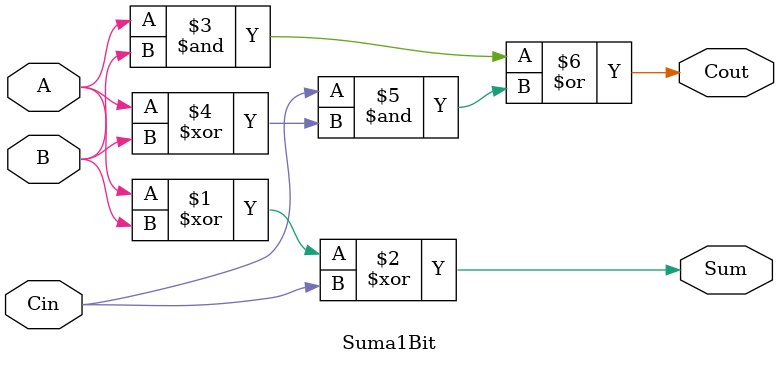
<source format=sv>
module Suma1Bit(
    input logic A,
    input logic B,
    input logic Cin,
    output logic Sum,
    output logic Cout
);
    assign Sum = A ^ B ^ Cin;
    assign Cout = (A & B) | (Cin & (A ^ B));
endmodule

</source>
